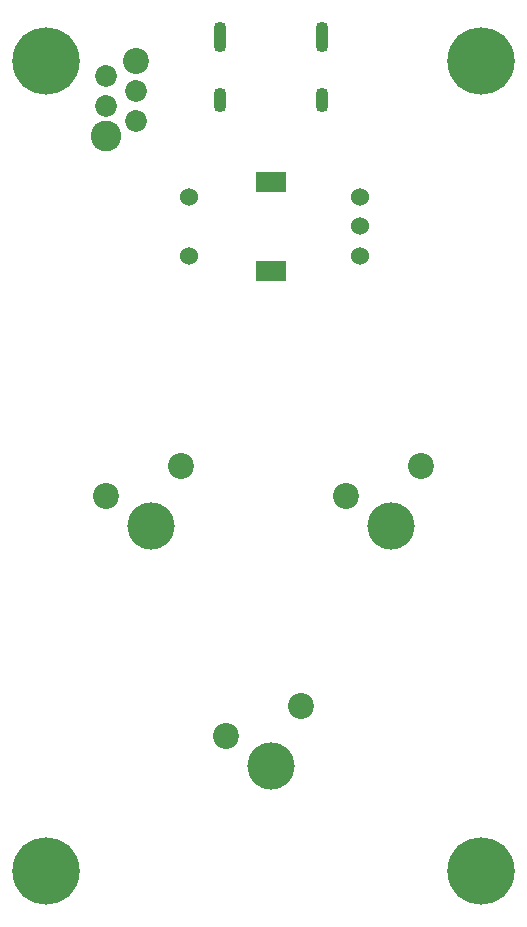
<source format=gbr>
%TF.GenerationSoftware,KiCad,Pcbnew,5.1.9-73d0e3b20d~88~ubuntu20.10.1*%
%TF.CreationDate,2020-12-26T08:06:31-06:00*%
%TF.ProjectId,micropad,6d696372-6f70-4616-942e-6b696361645f,rev?*%
%TF.SameCoordinates,Original*%
%TF.FileFunction,Soldermask,Bot*%
%TF.FilePolarity,Negative*%
%FSLAX46Y46*%
G04 Gerber Fmt 4.6, Leading zero omitted, Abs format (unit mm)*
G04 Created by KiCad (PCBNEW 5.1.9-73d0e3b20d~88~ubuntu20.10.1) date 2020-12-26 08:06:31*
%MOMM*%
%LPD*%
G01*
G04 APERTURE LIST*
%ADD10C,5.700000*%
%ADD11O,1.100000X2.600000*%
%ADD12O,1.100000X2.100000*%
%ADD13C,2.600000*%
%ADD14C,2.200000*%
%ADD15C,1.850000*%
%ADD16C,1.524000*%
%ADD17R,2.600000X1.800000*%
%ADD18C,4.000000*%
G04 APERTURE END LIST*
D10*
%TO.C,H4*%
X71120000Y-95250000D03*
%TD*%
%TO.C,H3*%
X71120000Y-26670000D03*
%TD*%
%TO.C,H2*%
X34290000Y-95250000D03*
%TD*%
%TO.C,H1*%
X34290000Y-26670000D03*
%TD*%
D11*
%TO.C,J2*%
X49020000Y-24615000D03*
X57660000Y-24615000D03*
D12*
X57660000Y-29975000D03*
X49020000Y-29975000D03*
%TD*%
D13*
%TO.C,J1*%
X39370000Y-32980000D03*
D14*
X41910000Y-26670000D03*
D15*
X41910000Y-31750000D03*
X39370000Y-30480000D03*
X41910000Y-29210000D03*
X39370000Y-27940000D03*
%TD*%
D16*
%TO.C,S1*%
X60840000Y-43140000D03*
X60840000Y-40640000D03*
X60840000Y-38140000D03*
X46340000Y-43140000D03*
X46340000Y-38140000D03*
D17*
X53340000Y-44390000D03*
X53340000Y-36890000D03*
%TD*%
D18*
%TO.C,SW1*%
X53340000Y-86360000D03*
D14*
X49530000Y-83820000D03*
X55880000Y-81280000D03*
%TD*%
%TO.C,SW2*%
X45720000Y-60960000D03*
X39370000Y-63500000D03*
D18*
X43180000Y-66040000D03*
%TD*%
%TO.C,SW3*%
X63500000Y-66040000D03*
D14*
X59690000Y-63500000D03*
X66040000Y-60960000D03*
%TD*%
M02*

</source>
